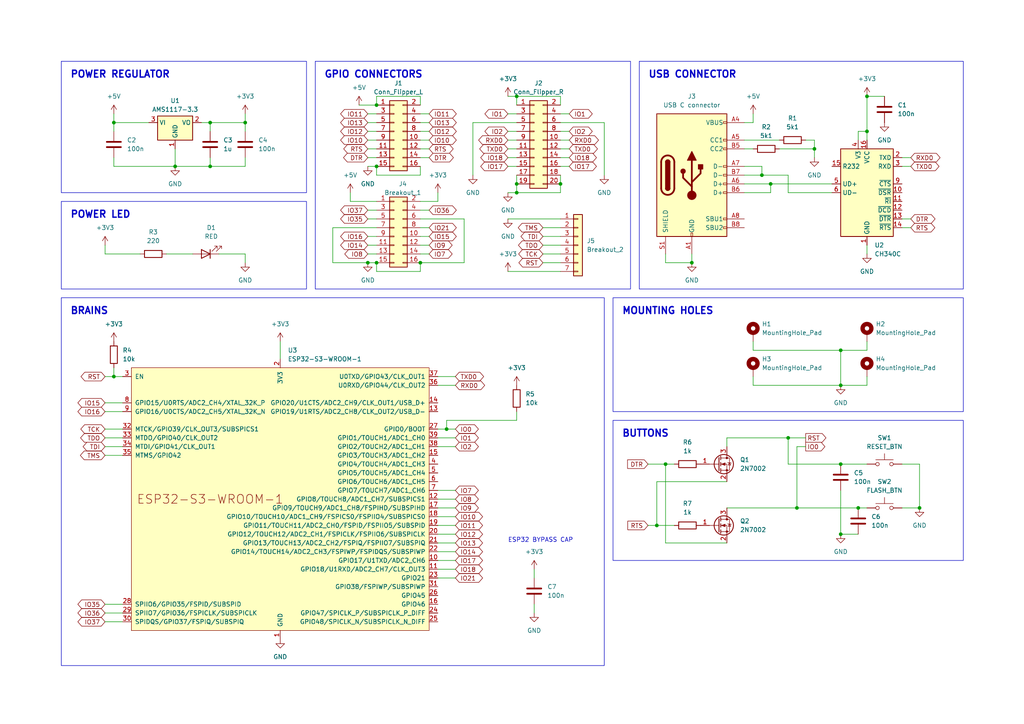
<source format=kicad_sch>
(kicad_sch (version 20231120) (generator "eeschema") (generator_version "8.0")
  (paper "A4")
  (lib_symbols
    (symbol "Connector:USB_C_Receptacle_USB2.0" (pin_names (offset 1.016))
      (property "Reference" "J" (at -10.16 19.05 0))
      (property "Value" "USB_C_Receptacle_USB2.0" (at 19.05 19.05 0))
      (symbol "USB_C_Receptacle_USB2.0_1_1"
        (pin passive line (at 0 -22.86 90) (length 5.08) (name "GND") (number "A1"))
        (pin passive line (at 0 -22.86 90) (length 5.08) hide (name "GND") (number "A12"))
        (pin passive line (at 15.24 15.24 180) (length 5.08) (name "VBUS") (number "A4"))
        (pin bidirectional line (at 15.24 10.16 180) (length 5.08) (name "CC1") (number "A5"))
        (pin bidirectional line (at 15.24 -2.54 180) (length 5.08) (name "D+") (number "A6"))
        (pin bidirectional line (at 15.24 2.54 180) (length 5.08) (name "D-") (number "A7"))
        (pin bidirectional line (at 15.24 -12.7 180) (length 5.08) (name "SBU1") (number "A8"))
        (pin passive line (at 15.24 15.24 180) (length 5.08) hide (name "VBUS") (number "A9"))
        (pin passive line (at 0 -22.86 90) (length 5.08) hide (name "GND") (number "B1"))
        (pin passive line (at 0 -22.86 90) (length 5.08) hide (name "GND") (number "B12"))
        (pin passive line (at 15.24 15.24 180) (length 5.08) hide (name "VBUS") (number "B4"))
        (pin bidirectional line (at 15.24 7.62 180) (length 5.08) (name "CC2") (number "B5"))
        (pin bidirectional line (at 15.24 -5.08 180) (length 5.08) (name "D+") (number "B6"))
        (pin bidirectional line (at 15.24 0 180) (length 5.08) (name "D-") (number "B7"))
        (pin bidirectional line (at 15.24 -15.24 180) (length 5.08) (name "SBU2") (number "B8"))
        (pin passive line (at 15.24 15.24 180) (length 5.08) hide (name "VBUS") (number "B9"))
        (pin passive line (at -7.62 -22.86 90) (length 5.08) (name "SHIELD") (number "S1"))
      )
    )
    (symbol "Connector_Generic:Conn_01x07" (pin_names (offset 1.016) hide)
      (property "Reference" "J" (at 0 10.16 0))
      (property "Value" "Conn_01x07" (at 0 -10.16 0))
      (symbol "Conn_01x07_1_1"
        (pin passive line (at -5.08 7.62 0) (length 3.81) (name "Pin_1") (number "1"))
        (pin passive line (at -5.08 5.08 0) (length 3.81) (name "Pin_2") (number "2"))
        (pin passive line (at -5.08 2.54 0) (length 3.81) (name "Pin_3") (number "3"))
        (pin passive line (at -5.08 0 0) (length 3.81) (name "Pin_4") (number "4"))
        (pin passive line (at -5.08 -2.54 0) (length 3.81) (name "Pin_5") (number "5"))
        (pin passive line (at -5.08 -5.08 0) (length 3.81) (name "Pin_6") (number "6"))
        (pin passive line (at -5.08 -7.62 0) (length 3.81) (name "Pin_7") (number "7"))
      )
    )
    (symbol "Connector_Generic:Conn_02x08_Odd_Even" (pin_names (offset 1.016) hide)
      (property "Reference" "J" (at 1.27 10.16 0))
      (property "Value" "Conn_02x08_Odd_Even" (at 1.27 -12.7 0))
      (symbol "Conn_02x08_Odd_Even_1_1"
        (pin passive line (at -5.08 7.62 0) (length 3.81) (name "Pin_1") (number "1"))
        (pin passive line (at 7.62 -2.54 180) (length 3.81) (name "Pin_10") (number "10"))
        (pin passive line (at -5.08 -5.08 0) (length 3.81) (name "Pin_11") (number "11"))
        (pin passive line (at 7.62 -5.08 180) (length 3.81) (name "Pin_12") (number "12"))
        (pin passive line (at -5.08 -7.62 0) (length 3.81) (name "Pin_13") (number "13"))
        (pin passive line (at 7.62 -7.62 180) (length 3.81) (name "Pin_14") (number "14"))
        (pin passive line (at -5.08 -10.16 0) (length 3.81) (name "Pin_15") (number "15"))
        (pin passive line (at 7.62 -10.16 180) (length 3.81) (name "Pin_16") (number "16"))
        (pin passive line (at 7.62 7.62 180) (length 3.81) (name "Pin_2") (number "2"))
        (pin passive line (at -5.08 5.08 0) (length 3.81) (name "Pin_3") (number "3"))
        (pin passive line (at 7.62 5.08 180) (length 3.81) (name "Pin_4") (number "4"))
        (pin passive line (at -5.08 2.54 0) (length 3.81) (name "Pin_5") (number "5"))
        (pin passive line (at 7.62 2.54 180) (length 3.81) (name "Pin_6") (number "6"))
        (pin passive line (at -5.08 0 0) (length 3.81) (name "Pin_7") (number "7"))
        (pin passive line (at 7.62 0 180) (length 3.81) (name "Pin_8") (number "8"))
        (pin passive line (at -5.08 -2.54 0) (length 3.81) (name "Pin_9") (number "9"))
      )
    )
    (symbol "Connector_Generic:Conn_02x10_Odd_Even" (pin_names (offset 1.016) hide)
      (property "Reference" "J" (at 1.27 12.7 0))
      (property "Value" "Conn_02x10_Odd_Even" (at 1.27 -15.24 0))
      (symbol "Conn_02x10_Odd_Even_1_1"
        (pin passive line (at -5.08 10.16 0) (length 3.81) (name "Pin_1") (number "1"))
        (pin passive line (at 7.62 0 180) (length 3.81) (name "Pin_10") (number "10"))
        (pin passive line (at -5.08 -2.54 0) (length 3.81) (name "Pin_11") (number "11"))
        (pin passive line (at 7.62 -2.54 180) (length 3.81) (name "Pin_12") (number "12"))
        (pin passive line (at -5.08 -5.08 0) (length 3.81) (name "Pin_13") (number "13"))
        (pin passive line (at 7.62 -5.08 180) (length 3.81) (name "Pin_14") (number "14"))
        (pin passive line (at -5.08 -7.62 0) (length 3.81) (name "Pin_15") (number "15"))
        (pin passive line (at 7.62 -7.62 180) (length 3.81) (name "Pin_16") (number "16"))
        (pin passive line (at -5.08 -10.16 0) (length 3.81) (name "Pin_17") (number "17"))
        (pin passive line (at 7.62 -10.16 180) (length 3.81) (name "Pin_18") (number "18"))
        (pin passive line (at -5.08 -12.7 0) (length 3.81) (name "Pin_19") (number "19"))
        (pin passive line (at 7.62 10.16 180) (length 3.81) (name "Pin_2") (number "2"))
        (pin passive line (at 7.62 -12.7 180) (length 3.81) (name "Pin_20") (number "20"))
        (pin passive line (at -5.08 7.62 0) (length 3.81) (name "Pin_3") (number "3"))
        (pin passive line (at 7.62 7.62 180) (length 3.81) (name "Pin_4") (number "4"))
        (pin passive line (at -5.08 5.08 0) (length 3.81) (name "Pin_5") (number "5"))
        (pin passive line (at 7.62 5.08 180) (length 3.81) (name "Pin_6") (number "6"))
        (pin passive line (at -5.08 2.54 0) (length 3.81) (name "Pin_7") (number "7"))
        (pin passive line (at 7.62 2.54 180) (length 3.81) (name "Pin_8") (number "8"))
        (pin passive line (at -5.08 0 0) (length 3.81) (name "Pin_9") (number "9"))
      )
    )
    (symbol "Device:C" (pin_numbers hide) (pin_names (offset 0.254))
      (property "Reference" "C" (at 0.635 2.54 0))
      (property "Value" "C" (at 0.635 -2.54 0))
      (symbol "C_1_1"
        (pin passive line (at 0 3.81 270) (length 2.794) (name "~") (number "1"))
        (pin passive line (at 0 -3.81 90) (length 2.794) (name "~") (number "2"))
      )
    )
    (symbol "Device:LED" (pin_numbers hide) (pin_names (offset 1.016) hide)
      (property "Reference" "D" (at 0 2.54 0))
      (property "Value" "LED" (at 0 -2.54 0))
      (symbol "LED_1_1"
        (pin passive line (at -3.81 0 0) (length 2.54) (name "K") (number "1"))
        (pin passive line (at 3.81 0 180) (length 2.54) (name "A") (number "2"))
      )
    )
    (symbol "Device:R" (pin_numbers hide) (pin_names (offset 0))
      (property "Reference" "R" (at 2.032 0 90))
      (property "Value" "R" (at 0 0 90))
      (symbol "R_1_1"
        (pin passive line (at 0 3.81 270) (length 1.27) (name "~") (number "1"))
        (pin passive line (at 0 -3.81 90) (length 1.27) (name "~") (number "2"))
      )
    )
    (symbol "Espressif:ESP32-S3-WROOM-1" (pin_names (offset 1.016))
      (property "Reference" "U" (at -43.18 43.18 0))
      (property "Value" "ESP32-S3-WROOM-1" (at -43.18 40.64 0))
      (symbol "ESP32-S3-WROOM-1_0_0"
        (text "ESP32-S3-WROOM-1" (at -20.32 0 0) (effects (font (size 2.54 2.54))))
        (pin power_in line (at 0 -40.64 90) (length 2.54) (name "GND") (number "1"))
        (pin bidirectional line (at 45.72 -17.78 180) (length 2.54) (name "GPIO17/U1TXD/ADC2_CH6") (number "10"))
        (pin bidirectional line (at 45.72 -20.32 180) (length 2.54) (name "GPIO18/U1RXD/ADC2_CH7/CLK_OUT3") (number "11"))
        (pin bidirectional line (at 45.72 0 180) (length 2.54) (name "GPIO8/TOUCH8/ADC1_CH7/SUBSPICS1") (number "12"))
        (pin bidirectional line (at 45.72 25.4 180) (length 2.54) (name "GPIO19/U1RTS/ADC2_CH8/CLK_OUT2/USB_D-") (number "13"))
        (pin bidirectional line (at 45.72 27.94 180) (length 2.54) (name "GPIO20/U1CTS/ADC2_CH9/CLK_OUT1/USB_D+") (number "14"))
        (pin bidirectional line (at 45.72 12.7 180) (length 2.54) (name "GPIO3/TOUCH3/ADC1_CH2") (number "15"))
        (pin bidirectional line (at 45.72 -30.48 180) (length 2.54) (name "GPIO46") (number "16"))
        (pin bidirectional line (at 45.72 -2.54 180) (length 2.54) (name "GPIO9/TOUCH9/ADC1_CH8/FSPIHD/SUBSPIHD") (number "17"))
        (pin bidirectional line (at 45.72 -5.08 180) (length 2.54) (name "GPIO10/TOUCH10/ADC1_CH9/FSPICS0/FSPIIO4/SUBSPICS0") (number "18"))
        (pin bidirectional line (at 45.72 -7.62 180) (length 2.54) (name "GPIO11/TOUCH11/ADC2_CH0/FSPID/FSPIIO5/SUBSPID") (number "19"))
        (pin power_in line (at 0 40.64 270) (length 2.54) (name "3V3") (number "2"))
        (pin bidirectional line (at 45.72 -10.16 180) (length 2.54) (name "GPIO12/TOUCH12/ADC2_CH1/FSPICLK/FSPIIO6/SUBSPICLK") (number "20"))
        (pin bidirectional line (at 45.72 -12.7 180) (length 2.54) (name "GPIO13/TOUCH13/ADC2_CH2/FSPIQ/FSPIIO7/SUBSPIQ") (number "21"))
        (pin bidirectional line (at 45.72 -15.24 180) (length 2.54) (name "GPIO14/TOUCH14/ADC2_CH3/FSPIWP/FSPIDQS/SUBSPIWP") (number "22"))
        (pin bidirectional line (at 45.72 -22.86 180) (length 2.54) (name "GPIO21") (number "23"))
        (pin bidirectional line (at 45.72 -33.02 180) (length 2.54) (name "GPIO47/SPICLK_P/SUBSPICLK_P_DIFF") (number "24"))
        (pin bidirectional line (at 45.72 -35.56 180) (length 2.54) (name "GPIO48/SPICLK_N/SUBSPICLK_N_DIFF") (number "25"))
        (pin bidirectional line (at 45.72 -27.94 180) (length 2.54) (name "GPIO45") (number "26"))
        (pin bidirectional line (at 45.72 20.32 180) (length 2.54) (name "GPIO0/BOOT") (number "27"))
        (pin bidirectional line (at -45.72 -30.48 0) (length 2.54) (name "SPIIO6/GPIO35/FSPID/SUBSPID") (number "28"))
        (pin bidirectional line (at -45.72 -33.02 0) (length 2.54) (name "SPIIO7/GPIO36/FSPICLK/SUBSPICLK") (number "29"))
        (pin input line (at -45.72 35.56 0) (length 2.54) (name "EN") (number "3"))
        (pin bidirectional line (at -45.72 -35.56 0) (length 2.54) (name "SPIDQS/GPIO37/FSPIQ/SUBSPIQ") (number "30"))
        (pin bidirectional line (at 45.72 -25.4 180) (length 2.54) (name "GPIO38/FSPIWP/SUBSPIWP") (number "31"))
        (pin bidirectional line (at -45.72 20.32 0) (length 2.54) (name "MTCK/GPIO39/CLK_OUT3/SUBSPICS1") (number "32"))
        (pin bidirectional line (at -45.72 17.78 0) (length 2.54) (name "MTDO/GPIO40/CLK_OUT2") (number "33"))
        (pin bidirectional line (at -45.72 15.24 0) (length 2.54) (name "MTDI/GPIO41/CLK_OUT1") (number "34"))
        (pin bidirectional line (at -45.72 12.7 0) (length 2.54) (name "MTMS/GPIO42") (number "35"))
        (pin bidirectional line (at 45.72 33.02 180) (length 2.54) (name "U0RXD/GPIO44/CLK_OUT2") (number "36"))
        (pin bidirectional line (at 45.72 35.56 180) (length 2.54) (name "U0TXD/GPIO43/CLK_OUT1") (number "37"))
        (pin bidirectional line (at 45.72 15.24 180) (length 2.54) (name "GPIO2/TOUCH2/ADC1_CH1") (number "38"))
        (pin bidirectional line (at 45.72 17.78 180) (length 2.54) (name "GPIO1/TOUCH1/ADC1_CH0") (number "39"))
        (pin bidirectional line (at 45.72 10.16 180) (length 2.54) (name "GPIO4/TOUCH4/ADC1_CH3") (number "4"))
        (pin passive line (at 0 -40.64 90) (length 2.54) hide (name "GND") (number "40"))
        (pin passive line (at 0 -40.64 90) (length 2.54) hide (name "GND") (number "41"))
        (pin bidirectional line (at 45.72 7.62 180) (length 2.54) (name "GPIO5/TOUCH5/ADC1_CH4") (number "5"))
        (pin bidirectional line (at 45.72 5.08 180) (length 2.54) (name "GPIO6/TOUCH6/ADC1_CH5") (number "6"))
        (pin bidirectional line (at 45.72 2.54 180) (length 2.54) (name "GPIO7/TOUCH7/ADC1_CH6") (number "7"))
        (pin bidirectional line (at -45.72 27.94 0) (length 2.54) (name "GPIO15/U0RTS/ADC2_CH4/XTAL_32K_P") (number "8"))
        (pin bidirectional line (at -45.72 25.4 0) (length 2.54) (name "GPIO16/U0CTS/ADC2_CH5/XTAL_32K_N") (number "9"))
      )
    )
    (symbol "Interface_USB:CH340C"
      (property "Reference" "U" (at -5.08 13.97 0))
      (property "Value" "CH340C" (at 1.27 13.97 0))
      (symbol "CH340C_1_1"
        (pin power_in line (at 0 -15.24 90) (length 2.54) (name "GND") (number "1"))
        (pin input line (at 10.16 0 180) (length 2.54) (name "~{DSR}") (number "10"))
        (pin input line (at 10.16 -2.54 180) (length 2.54) (name "~{RI}") (number "11"))
        (pin input line (at 10.16 -5.08 180) (length 2.54) (name "~{DCD}") (number "12"))
        (pin output line (at 10.16 -7.62 180) (length 2.54) (name "~{DTR}") (number "13"))
        (pin output line (at 10.16 -10.16 180) (length 2.54) (name "~{RTS}") (number "14"))
        (pin input line (at -10.16 7.62 0) (length 2.54) (name "R232") (number "15"))
        (pin power_in line (at 0 15.24 270) (length 2.54) (name "VCC") (number "16"))
        (pin output line (at 10.16 10.16 180) (length 2.54) (name "TXD") (number "2"))
        (pin input line (at 10.16 7.62 180) (length 2.54) (name "RXD") (number "3"))
        (pin passive line (at -2.54 15.24 270) (length 2.54) (name "V3") (number "4"))
        (pin bidirectional line (at -10.16 2.54 0) (length 2.54) (name "UD+") (number "5"))
        (pin bidirectional line (at -10.16 0 0) (length 2.54) (name "UD-") (number "6"))
        (pin no_connect line (at -7.62 -7.62 0) (length 2.54) hide (name "NC") (number "7"))
        (pin no_connect line (at -7.62 -10.16 0) (length 2.54) hide (name "NC") (number "8"))
        (pin input line (at 10.16 2.54 180) (length 2.54) (name "~{CTS}") (number "9"))
      )
    )
    (symbol "Mechanical:MountingHole_Pad" (pin_numbers hide) (pin_names (offset 1.016) hide)
      (property "Reference" "H" (at 0 6.35 0))
      (property "Value" "MountingHole_Pad" (at 0 4.445 0))
      (symbol "MountingHole_Pad_1_1"
        (pin input line (at 0 -2.54 90) (length 2.54) (name "1") (number "1"))
      )
    )
    (symbol "Regulator_Linear:AMS1117-3.3"
      (property "Reference" "U" (at -3.81 3.175 0))
      (property "Value" "AMS1117-3.3" (at 0 3.175 0))
      (symbol "AMS1117-3.3_1_1"
        (pin power_in line (at 0 -7.62 90) (length 2.54) (name "GND") (number "1"))
        (pin power_out line (at 7.62 0 180) (length 2.54) (name "VO") (number "2"))
        (pin power_in line (at -7.62 0 0) (length 2.54) (name "VI") (number "3"))
      )
    )
    (symbol "Switch:SW_Push" (pin_numbers hide) (pin_names (offset 1.016) hide)
      (property "Reference" "SW" (at 1.27 2.54 0))
      (property "Value" "SW_Push" (at 0 -1.524 0))
      (symbol "SW_Push_0_1"
        (pin passive line (at -5.08 0 0) (length 2.54) (name "1") (number "1"))
        (pin passive line (at 5.08 0 180) (length 2.54) (name "2") (number "2"))
      )
    )
    (symbol "Transistor_FET:2N7002" (pin_names hide)
      (property "Reference" "Q" (at 5.08 1.905 0))
      (property "Value" "2N7002" (at 5.08 0 0))
      (symbol "2N7002_1_1"
        (pin input line (at -5.08 0 0) (length 2.54) (name "G") (number "1"))
        (pin passive line (at 2.54 -5.08 90) (length 2.54) (name "S") (number "2"))
        (pin passive line (at 2.54 5.08 270) (length 2.54) (name "D") (number "3"))
      )
    )
    (symbol "power:+3V3" (power) (pin_names (offset 0))
      (property "Value" "+3V3" (at 0 3.556 0))
      (symbol "+3V3_1_1"
        (pin power_in line (at 0 0 90) (length 0) hide (name "+3V3") (number "1"))
      )
    )
    (symbol "power:+5V" (power) (pin_names (offset 0))
      (property "Value" "+5V" (at 0 3.556 0))
      (symbol "+5V_1_1"
        (pin power_in line (at 0 0 90) (length 0) hide (name "+5V") (number "1"))
      )
    )
    (symbol "power:GND" (power) (pin_names (offset 0))
      (property "Value" "GND" (at 0 -3.81 0))
      (symbol "GND_1_1"
        (pin power_in line (at 0 0 270) (length 0) hide (name "GND") (number "1"))
      )
    )
  )
  (junction (at 243.84 154.94))
  (junction (at 193.04 134.62))
  (junction (at 60.96 35.56))
  (junction (at 60.96 48.26))
  (junction (at 236.22 43.18))
  (junction (at 190.5 152.4))
  (junction (at 121.92 76.2))
  (junction (at 251.46 27.94))
  (junction (at 33.02 109.22))
  (junction (at 243.84 134.62))
  (junction (at 33.02 35.56))
  (junction (at 109.22 48.26))
  (junction (at 162.56 53.34))
  (junction (at 50.8 48.26))
  (junction (at 243.84 111.76))
  (junction (at 228.6 127))
  (junction (at 149.86 55.88))
  (junction (at 149.86 53.34))
  (junction (at 200.66 76.2))
  (junction (at 220.98 50.8))
  (junction (at 71.12 35.56))
  (junction (at 231.14 147.32))
  (junction (at 109.22 76.2))
  (junction (at 248.92 147.32))
  (junction (at 251.46 38.1))
  (junction (at 223.52 53.34))
  (junction (at 149.86 27.94))
  (junction (at 106.68 76.2))
  (junction (at 129.54 124.46))
  (junction (at 266.7 147.32))
  (junction (at 109.22 30.48))
  (junction (at 243.84 101.6))
  (wire (pts (xy 121.92 50.8) (xy 109.22 50.8)))
  (wire (pts (xy 218.44 101.6) (xy 243.84 101.6)))
  (wire (pts (xy 147.32 48.26) (xy 149.86 48.26)))
  (wire (pts (xy 210.82 127) (xy 228.6 127)))
  (wire (pts (xy 236.22 43.18) (xy 236.22 45.72)))
  (wire (pts (xy 127 55.88) (xy 127 58.42)))
  (wire (pts (xy 162.56 27.94) (xy 162.56 30.48)))
  (wire (pts (xy 200.66 73.66) (xy 200.66 76.2)))
  (wire (pts (xy 96.52 66.04) (xy 96.52 76.2)))
  (wire (pts (xy 215.9 53.34) (xy 223.52 53.34)))
  (wire (pts (xy 104.14 30.48) (xy 109.22 30.48)))
  (wire (pts (xy 106.68 35.56) (xy 109.22 35.56)))
  (wire (pts (xy 243.84 111.76) (xy 251.46 111.76)))
  (wire (pts (xy 96.52 66.04) (xy 109.22 66.04)))
  (wire (pts (xy 162.56 40.64) (xy 165.1 40.64)))
  (wire (pts (xy 121.92 45.72) (xy 124.46 45.72)))
  (wire (pts (xy 106.68 33.02) (xy 109.22 33.02)))
  (wire (pts (xy 147.32 33.02) (xy 149.86 33.02)))
  (wire (pts (xy 215.9 48.26) (xy 220.98 48.26)))
  (wire (pts (xy 101.6 55.88) (xy 101.6 58.42)))
  (wire (pts (xy 220.98 48.26) (xy 220.98 50.8)))
  (wire (pts (xy 127 144.78) (xy 132.08 144.78)))
  (wire (pts (xy 243.84 101.6) (xy 251.46 101.6)))
  (wire (pts (xy 261.62 48.26) (xy 264.16 48.26)))
  (wire (pts (xy 121.92 40.64) (xy 124.46 40.64)))
  (wire (pts (xy 147.32 27.94) (xy 149.86 27.94)))
  (wire (pts (xy 193.04 76.2) (xy 193.04 73.66)))
  (wire (pts (xy 121.92 48.26) (xy 121.92 50.8)))
  (wire (pts (xy 261.62 45.72) (xy 264.16 45.72)))
  (wire (pts (xy 149.86 30.48) (xy 149.86 27.94)))
  (wire (pts (xy 30.48 129.54) (xy 35.56 129.54)))
  (wire (pts (xy 175.26 35.56) (xy 175.26 50.8)))
  (wire (pts (xy 101.6 58.42) (xy 109.22 58.42)))
  (wire (pts (xy 106.68 45.72) (xy 109.22 45.72)))
  (wire (pts (xy 127 154.94) (xy 132.08 154.94)))
  (wire (pts (xy 63.5 73.66) (xy 71.12 73.66)))
  (wire (pts (xy 127 124.46) (xy 129.54 124.46)))
  (wire (pts (xy 60.96 48.26) (xy 50.8 48.26)))
  (wire (pts (xy 30.48 127) (xy 35.56 127)))
  (wire (pts (xy 218.44 111.76) (xy 218.44 109.22)))
  (wire (pts (xy 215.9 43.18) (xy 218.44 43.18)))
  (wire (pts (xy 223.52 55.88) (xy 223.52 53.34)))
  (wire (pts (xy 210.82 147.32) (xy 231.14 147.32)))
  (wire (pts (xy 200.66 76.2) (xy 193.04 76.2)))
  (wire (pts (xy 127 127) (xy 132.08 127)))
  (wire (pts (xy 127 111.76) (xy 132.08 111.76)))
  (wire (pts (xy 50.8 48.26) (xy 50.8 43.18)))
  (wire (pts (xy 261.62 147.32) (xy 266.7 147.32)))
  (wire (pts (xy 60.96 35.56) (xy 60.96 38.1)))
  (wire (pts (xy 162.56 50.8) (xy 162.56 53.34)))
  (wire (pts (xy 193.04 134.62) (xy 195.58 134.62)))
  (wire (pts (xy 121.92 43.18) (xy 124.46 43.18)))
  (wire (pts (xy 162.56 45.72) (xy 165.1 45.72)))
  (wire (pts (xy 226.06 43.18) (xy 236.22 43.18)))
  (wire (pts (xy 251.46 27.94) (xy 256.54 27.94)))
  (wire (pts (xy 71.12 48.26) (xy 60.96 48.26)))
  (wire (pts (xy 261.62 134.62) (xy 266.7 134.62)))
  (wire (pts (xy 243.84 142.24) (xy 243.84 154.94)))
  (wire (pts (xy 71.12 73.66) (xy 71.12 76.2)))
  (wire (pts (xy 149.86 50.8) (xy 149.86 53.34)))
  (wire (pts (xy 121.92 27.94) (xy 121.92 30.48)))
  (wire (pts (xy 109.22 30.48) (xy 109.22 27.94)))
  (wire (pts (xy 147.32 43.18) (xy 149.86 43.18)))
  (wire (pts (xy 106.68 48.26) (xy 109.22 48.26)))
  (wire (pts (xy 157.48 76.2) (xy 162.56 76.2)))
  (wire (pts (xy 154.94 165.1) (xy 154.94 167.64)))
  (wire (pts (xy 149.86 121.92) (xy 149.86 119.38)))
  (wire (pts (xy 233.68 40.64) (xy 236.22 40.64)))
  (wire (pts (xy 71.12 45.72) (xy 71.12 48.26)))
  (wire (pts (xy 121.92 35.56) (xy 124.46 35.56)))
  (wire (pts (xy 121.92 68.58) (xy 124.46 68.58)))
  (wire (pts (xy 106.68 71.12) (xy 109.22 71.12)))
  (wire (pts (xy 162.56 48.26) (xy 165.1 48.26)))
  (wire (pts (xy 228.6 55.88) (xy 228.6 50.8)))
  (wire (pts (xy 33.02 35.56) (xy 33.02 38.1)))
  (wire (pts (xy 127 162.56) (xy 132.08 162.56)))
  (wire (pts (xy 218.44 111.76) (xy 243.84 111.76)))
  (wire (pts (xy 147.32 55.88) (xy 149.86 55.88)))
  (wire (pts (xy 106.68 68.58) (xy 109.22 68.58)))
  (wire (pts (xy 149.86 53.34) (xy 149.86 55.88)))
  (wire (pts (xy 127 109.22) (xy 132.08 109.22)))
  (wire (pts (xy 157.48 68.58) (xy 162.56 68.58)))
  (wire (pts (xy 187.96 152.4) (xy 190.5 152.4)))
  (wire (pts (xy 210.82 139.7) (xy 190.5 139.7)))
  (wire (pts (xy 241.3 55.88) (xy 228.6 55.88)))
  (wire (pts (xy 147.32 63.5) (xy 162.56 63.5)))
  (wire (pts (xy 149.86 55.88) (xy 162.56 55.88)))
  (wire (pts (xy 231.14 129.54) (xy 233.68 129.54)))
  (wire (pts (xy 30.48 124.46) (xy 35.56 124.46)))
  (wire (pts (xy 248.92 38.1) (xy 251.46 38.1)))
  (wire (pts (xy 121.92 60.96) (xy 124.46 60.96)))
  (wire (pts (xy 30.48 109.22) (xy 33.02 109.22)))
  (wire (pts (xy 121.92 58.42) (xy 127 58.42)))
  (wire (pts (xy 33.02 33.02) (xy 33.02 35.56)))
  (wire (pts (xy 106.68 40.64) (xy 109.22 40.64)))
  (wire (pts (xy 106.68 73.66) (xy 109.22 73.66)))
  (wire (pts (xy 149.86 27.94) (xy 162.56 27.94)))
  (wire (pts (xy 162.56 43.18) (xy 165.1 43.18)))
  (wire (pts (xy 121.92 78.74) (xy 109.22 78.74)))
  (wire (pts (xy 109.22 27.94) (xy 121.92 27.94)))
  (wire (pts (xy 127 129.54) (xy 132.08 129.54)))
  (wire (pts (xy 127 152.4) (xy 132.08 152.4)))
  (wire (pts (xy 187.96 134.62) (xy 193.04 134.62)))
  (wire (pts (xy 228.6 134.62) (xy 243.84 134.62)))
  (wire (pts (xy 236.22 40.64) (xy 236.22 43.18)))
  (wire (pts (xy 190.5 139.7) (xy 190.5 152.4)))
  (wire (pts (xy 134.62 63.5) (xy 134.62 76.2)))
  (wire (pts (xy 231.14 147.32) (xy 248.92 147.32)))
  (wire (pts (xy 210.82 129.54) (xy 210.82 127)))
  (wire (pts (xy 215.9 40.64) (xy 226.06 40.64)))
  (wire (pts (xy 261.62 66.04) (xy 264.16 66.04)))
  (wire (pts (xy 33.02 48.26) (xy 50.8 48.26)))
  (wire (pts (xy 121.92 76.2) (xy 121.92 78.74)))
  (wire (pts (xy 149.86 121.92) (xy 129.54 121.92)))
  (wire (pts (xy 121.92 63.5) (xy 134.62 63.5)))
  (wire (pts (xy 210.82 157.48) (xy 193.04 157.48)))
  (wire (pts (xy 157.48 71.12) (xy 162.56 71.12)))
  (wire (pts (xy 127 160.02) (xy 132.08 160.02)))
  (wire (pts (xy 218.44 99.06) (xy 218.44 101.6)))
  (wire (pts (xy 137.16 50.8) (xy 137.16 35.56)))
  (wire (pts (xy 261.62 63.5) (xy 264.16 63.5)))
  (wire (pts (xy 154.94 175.26) (xy 154.94 177.8)))
  (wire (pts (xy 121.92 73.66) (xy 124.46 73.66)))
  (wire (pts (xy 129.54 124.46) (xy 132.08 124.46)))
  (wire (pts (xy 251.46 111.76) (xy 251.46 109.22)))
  (wire (pts (xy 30.48 116.84) (xy 35.56 116.84)))
  (wire (pts (xy 147.32 40.64) (xy 149.86 40.64)))
  (wire (pts (xy 71.12 33.02) (xy 71.12 35.56)))
  (wire (pts (xy 109.22 50.8) (xy 109.22 48.26)))
  (wire (pts (xy 30.48 180.34) (xy 35.56 180.34)))
  (wire (pts (xy 60.96 35.56) (xy 71.12 35.56)))
  (wire (pts (xy 127 147.32) (xy 132.08 147.32)))
  (wire (pts (xy 228.6 50.8) (xy 220.98 50.8)))
  (wire (pts (xy 106.68 38.1) (xy 109.22 38.1)))
  (wire (pts (xy 228.6 127) (xy 233.68 127)))
  (wire (pts (xy 251.46 71.12) (xy 251.46 73.66)))
  (wire (pts (xy 121.92 71.12) (xy 124.46 71.12)))
  (wire (pts (xy 248.92 40.64) (xy 248.92 38.1)))
  (wire (pts (xy 127 167.64) (xy 132.08 167.64)))
  (wire (pts (xy 162.56 33.02) (xy 165.1 33.02)))
  (wire (pts (xy 106.68 60.96) (xy 109.22 60.96)))
  (wire (pts (xy 33.02 109.22) (xy 35.56 109.22)))
  (wire (pts (xy 30.48 71.12) (xy 30.48 73.66)))
  (wire (pts (xy 190.5 152.4) (xy 195.58 152.4)))
  (wire (pts (xy 96.52 76.2) (xy 106.68 76.2)))
  (wire (pts (xy 71.12 35.56) (xy 71.12 38.1)))
  (wire (pts (xy 106.68 76.2) (xy 109.22 76.2)))
  (wire (pts (xy 33.02 35.56) (xy 43.18 35.56)))
  (wire (pts (xy 157.48 66.04) (xy 162.56 66.04)))
  (wire (pts (xy 215.9 55.88) (xy 223.52 55.88)))
  (wire (pts (xy 33.02 45.72) (xy 33.02 48.26)))
  (wire (pts (xy 157.48 73.66) (xy 162.56 73.66)))
  (wire (pts (xy 231.14 147.32) (xy 231.14 129.54)))
  (wire (pts (xy 137.16 35.56) (xy 149.86 35.56)))
  (wire (pts (xy 251.46 101.6) (xy 251.46 99.06)))
  (wire (pts (xy 106.68 43.18) (xy 109.22 43.18)))
  (wire (pts (xy 30.48 175.26) (xy 35.56 175.26)))
  (wire (pts (xy 243.84 101.6) (xy 243.84 111.76)))
  (wire (pts (xy 248.92 147.32) (xy 251.46 147.32)))
  (wire (pts (xy 30.48 73.66) (xy 40.64 73.66)))
  (wire (pts (xy 30.48 119.38) (xy 35.56 119.38)))
  (wire (pts (xy 218.44 33.02) (xy 218.44 35.56)))
  (wire (pts (xy 106.68 63.5) (xy 109.22 63.5)))
  (wire (pts (xy 30.48 177.8) (xy 35.56 177.8)))
  (wire (pts (xy 121.92 33.02) (xy 124.46 33.02)))
  (wire (pts (xy 60.96 45.72) (xy 60.96 48.26)))
  (wire (pts (xy 162.56 55.88) (xy 162.56 53.34)))
  (wire (pts (xy 251.46 27.94) (xy 251.46 38.1)))
  (wire (pts (xy 147.32 78.74) (xy 162.56 78.74)))
  (wire (pts (xy 58.42 35.56) (xy 60.96 35.56)))
  (wire (pts (xy 48.26 73.66) (xy 55.88 73.66)))
  (wire (pts (xy 147.32 45.72) (xy 149.86 45.72)))
  (wire (pts (xy 30.48 132.08) (xy 35.56 132.08)))
  (wire (pts (xy 147.32 38.1) (xy 149.86 38.1)))
  (wire (pts (xy 193.04 134.62) (xy 193.04 157.48)))
  (wire (pts (xy 127 157.48) (xy 132.08 157.48)))
  (wire (pts (xy 243.84 154.94) (xy 248.92 154.94)))
  (wire (pts (xy 162.56 38.1) (xy 165.1 38.1)))
  (wire (pts (xy 127 142.24) (xy 132.08 142.24)))
  (wire (pts (xy 134.62 76.2) (xy 121.92 76.2)))
  (wire (pts (xy 127 165.1) (xy 132.08 165.1)))
  (wire (pts (xy 121.92 38.1) (xy 124.46 38.1)))
  (wire (pts (xy 81.28 99.06) (xy 81.28 104.14)))
  (wire (pts (xy 109.22 78.74) (xy 109.22 76.2)))
  (wire (pts (xy 129.54 121.92) (xy 129.54 124.46)))
  (wire (pts (xy 127 149.86) (xy 132.08 149.86)))
  (wire (pts (xy 266.7 134.62) (xy 266.7 147.32)))
  (wire (pts (xy 33.02 106.68) (xy 33.02 109.22)))
  (wire (pts (xy 223.52 53.34) (xy 241.3 53.34)))
  (wire (pts (xy 220.98 50.8) (xy 215.9 50.8)))
  (wire (pts (xy 218.44 35.56) (xy 215.9 35.56)))
  (wire (pts (xy 243.84 134.62) (xy 251.46 134.62)))
  (wire (pts (xy 162.56 35.56) (xy 175.26 35.56)))
  (wire (pts (xy 251.46 38.1) (xy 251.46 40.64)))
  (wire (pts (xy 121.92 66.04) (xy 124.46 66.04)))
  (wire (pts (xy 228.6 134.62) (xy 228.6 127)))
  (rectangle (start 17.78 58.42) (end 88.9 83.82))
  (rectangle (start 17.78 86.36) (end 175.26 193.04))
  (rectangle (start 91.44 17.78) (end 182.88 83.82))
  (rectangle (start 177.8 121.92) (end 279.4 162.56))
  (rectangle (start 185.42 17.78) (end 279.4 83.82))
  (rectangle (start 177.8 86.36) (end 279.4 119.38))
  (rectangle (start 17.78 17.78) (end 88.9 55.88))
  (text "ESP32 BYPASS CAP" (at 147.32 157.48 0) (effects (font (size 1.27 1.27)) (justify left bottom)))
  (text "GPIO CONNECTORS" (at 93.98 22.86 0) (effects (font (size 2 2) (thickness 0.4) (bold yes)) (justify left bottom)))
  (text "POWER REGULATOR" (at 20.32 22.86 0) (effects (font (size 2 2) (thickness 0.4) (bold yes)) (justify left bottom)))
  (text "BRAINS" (at 20.32 91.44 0) (effects (font (size 2 2) (thickness 0.4) (bold yes)) (justify left bottom)))
  (text "POWER LED" (at 20.32 63.5 0) (effects (font (size 2 2) (thickness 0.4) (bold yes)) (justify left bottom)))
  (text "MOUNTING HOLES" (at 180.34 91.44 0) (effects (font (size 2 2) (thickness 0.4) (bold yes)) (justify left bottom)))
  (text "USB CONNECTOR" (at 187.96 22.86 0) (effects (font (size 2 2) (thickness 0.4) (bold yes)) (justify left bottom)))
  (text "BUTTONS" (at 180.34 127 0) (effects (font (size 2 2) (thickness 0.4) (bold yes)) (justify left bottom)))
  (global_label "IO12" (shape bidirectional) (at 106.68 38.1 180) (property "Intersheetrefs" "${INTERSHEET_REFS}" (effects (hide yes))))
  (global_label "IO7" (shape bidirectional) (at 132.08 142.24 0) (property "Intersheetrefs" "${INTERSHEET_REFS}" (effects (hide yes))))
  (global_label "IO7" (shape bidirectional) (at 124.46 73.66 0) (property "Intersheetrefs" "${INTERSHEET_REFS}" (effects (hide yes))))
  (global_label "IO36" (shape bidirectional) (at 30.48 177.8 180) (property "Intersheetrefs" "${INTERSHEET_REFS}" (effects (hide yes))))
  (global_label "RST" (shape bidirectional) (at 157.48 76.2 180) (property "Intersheetrefs" "${INTERSHEET_REFS}" (effects (hide yes))))
  (global_label "RTS" (shape bidirectional) (at 124.46 43.18 0) (property "Intersheetrefs" "${INTERSHEET_REFS}" (effects (hide yes))))
  (global_label "IO17" (shape bidirectional) (at 132.08 162.56 0) (property "Intersheetrefs" "${INTERSHEET_REFS}" (effects (hide yes))))
  (global_label "IO15" (shape bidirectional) (at 30.48 116.84 180) (property "Intersheetrefs" "${INTERSHEET_REFS}" (effects (hide yes))))
  (global_label "IO11" (shape bidirectional) (at 132.08 152.4 0) (property "Intersheetrefs" "${INTERSHEET_REFS}" (effects (hide yes))))
  (global_label "RXD0" (shape bidirectional) (at 132.08 111.76 0) (property "Intersheetrefs" "${INTERSHEET_REFS}" (effects (hide yes))))
  (global_label "IO1" (shape bidirectional) (at 147.32 33.02 180) (property "Intersheetrefs" "${INTERSHEET_REFS}" (effects (hide yes))))
  (global_label "TDO" (shape bidirectional) (at 157.48 71.12 180) (property "Intersheetrefs" "${INTERSHEET_REFS}" (effects (hide yes))))
  (global_label "RXD0" (shape bidirectional) (at 165.1 40.64 0) (property "Intersheetrefs" "${INTERSHEET_REFS}" (effects (hide yes))))
  (global_label "RXD0" (shape bidirectional) (at 264.16 45.72 0) (property "Intersheetrefs" "${INTERSHEET_REFS}" (effects (hide yes))))
  (global_label "RXD0" (shape bidirectional) (at 147.32 40.64 180) (property "Intersheetrefs" "${INTERSHEET_REFS}" (effects (hide yes))))
  (global_label "IO12" (shape bidirectional) (at 124.46 38.1 0) (property "Intersheetrefs" "${INTERSHEET_REFS}" (effects (hide yes))))
  (global_label "TXD0" (shape bidirectional) (at 147.32 43.18 180) (property "Intersheetrefs" "${INTERSHEET_REFS}" (effects (hide yes))))
  (global_label "IO16" (shape bidirectional) (at 106.68 68.58 180) (property "Intersheetrefs" "${INTERSHEET_REFS}" (effects (hide yes))))
  (global_label "IO1" (shape bidirectional) (at 165.1 33.02 0) (property "Intersheetrefs" "${INTERSHEET_REFS}" (effects (hide yes))))
  (global_label "IO0" (shape output) (at 233.68 129.54 0) (property "Intersheetrefs" "${INTERSHEET_REFS}" (effects (hide yes))))
  (global_label "IO13" (shape bidirectional) (at 106.68 35.56 180) (property "Intersheetrefs" "${INTERSHEET_REFS}" (effects (hide yes))))
  (global_label "IO9" (shape bidirectional) (at 124.46 71.12 0) (property "Intersheetrefs" "${INTERSHEET_REFS}" (effects (hide yes))))
  (global_label "IO18" (shape bidirectional) (at 147.32 45.72 180) (property "Intersheetrefs" "${INTERSHEET_REFS}" (effects (hide yes))))
  (global_label "TDO" (shape bidirectional) (at 30.48 127 180) (property "Intersheetrefs" "${INTERSHEET_REFS}" (effects (hide yes))))
  (global_label "IO10" (shape bidirectional) (at 124.46 40.64 0) (property "Intersheetrefs" "${INTERSHEET_REFS}" (effects (hide yes))))
  (global_label "IO2" (shape bidirectional) (at 132.08 129.54 0) (property "Intersheetrefs" "${INTERSHEET_REFS}" (effects (hide yes))))
  (global_label "IO14" (shape bidirectional) (at 132.08 160.02 0) (property "Intersheetrefs" "${INTERSHEET_REFS}" (effects (hide yes))))
  (global_label "TXD0" (shape bidirectional) (at 165.1 43.18 0) (property "Intersheetrefs" "${INTERSHEET_REFS}" (effects (hide yes))))
  (global_label "IO10" (shape bidirectional) (at 132.08 149.86 0) (property "Intersheetrefs" "${INTERSHEET_REFS}" (effects (hide yes))))
  (global_label "IO13" (shape bidirectional) (at 124.46 35.56 0) (property "Intersheetrefs" "${INTERSHEET_REFS}" (effects (hide yes))))
  (global_label "IO11" (shape bidirectional) (at 106.68 33.02 180) (property "Intersheetrefs" "${INTERSHEET_REFS}" (effects (hide yes))))
  (global_label "IO37" (shape bidirectional) (at 106.68 60.96 180) (property "Intersheetrefs" "${INTERSHEET_REFS}" (effects (hide yes))))
  (global_label "IO35" (shape bidirectional) (at 106.68 63.5 180) (property "Intersheetrefs" "${INTERSHEET_REFS}" (effects (hide yes))))
  (global_label "IO36" (shape bidirectional) (at 124.46 60.96 0) (property "Intersheetrefs" "${INTERSHEET_REFS}" (effects (hide yes))))
  (global_label "IO2" (shape bidirectional) (at 147.32 38.1 180) (property "Intersheetrefs" "${INTERSHEET_REFS}" (effects (hide yes))))
  (global_label "IO21" (shape bidirectional) (at 124.46 66.04 0) (property "Intersheetrefs" "${INTERSHEET_REFS}" (effects (hide yes))))
  (global_label "IO15" (shape bidirectional) (at 124.46 68.58 0) (property "Intersheetrefs" "${INTERSHEET_REFS}" (effects (hide yes))))
  (global_label "TCK" (shape bidirectional) (at 30.48 124.46 180) (property "Intersheetrefs" "${INTERSHEET_REFS}" (effects (hide yes))))
  (global_label "RTS" (shape input) (at 187.96 152.4 180) (property "Intersheetrefs" "${INTERSHEET_REFS}" (effects (hide yes))))
  (global_label "IO8" (shape bidirectional) (at 106.68 73.66 180) (property "Intersheetrefs" "${INTERSHEET_REFS}" (effects (hide yes))))
  (global_label "TXD0" (shape bidirectional) (at 264.16 48.26 0) (property "Intersheetrefs" "${INTERSHEET_REFS}" (effects (hide yes))))
  (global_label "IO18" (shape bidirectional) (at 165.1 45.72 0) (property "Intersheetrefs" "${INTERSHEET_REFS}" (effects (hide yes))))
  (global_label "IO9" (shape bidirectional) (at 132.08 147.32 0) (property "Intersheetrefs" "${INTERSHEET_REFS}" (effects (hide yes))))
  (global_label "DTR" (shape bidirectional) (at 106.68 45.72 180) (property "Intersheetrefs" "${INTERSHEET_REFS}" (effects (hide yes))))
  (global_label "DTR" (shape bidirectional) (at 264.16 63.5 0) (property "Intersheetrefs" "${INTERSHEET_REFS}" (effects (hide yes))))
  (global_label "IO8" (shape bidirectional) (at 132.08 144.78 0) (property "Intersheetrefs" "${INTERSHEET_REFS}" (effects (hide yes))))
  (global_label "IO14" (shape bidirectional) (at 106.68 71.12 180) (property "Intersheetrefs" "${INTERSHEET_REFS}" (effects (hide yes))))
  (global_label "IO10" (shape bidirectional) (at 106.68 40.64 180) (property "Intersheetrefs" "${INTERSHEET_REFS}" (effects (hide yes))))
  (global_label "RST" (shape bidirectional) (at 30.48 109.22 180) (property "Intersheetrefs" "${INTERSHEET_REFS}" (effects (hide yes))))
  (global_label "TMS" (shape bidirectional) (at 30.48 132.08 180) (property "Intersheetrefs" "${INTERSHEET_REFS}" (effects (hide yes))))
  (global_label "TDI" (shape bidirectional) (at 30.48 129.54 180) (property "Intersheetrefs" "${INTERSHEET_REFS}" (effects (hide yes))))
  (global_label "IO13" (shape bidirectional) (at 132.08 157.48 0) (property "Intersheetrefs" "${INTERSHEET_REFS}" (effects (hide yes))))
  (global_label "DTR" (shape bidirectional) (at 124.46 45.72 0) (property "Intersheetrefs" "${INTERSHEET_REFS}" (effects (hide yes))))
  (global_label "IO21" (shape bidirectional) (at 132.08 167.64 0) (property "Intersheetrefs" "${INTERSHEET_REFS}" (effects (hide yes))))
  (global_label "RST" (shape output) (at 233.68 127 0) (property "Intersheetrefs" "${INTERSHEET_REFS}" (effects (hide yes))))
  (global_label "TCK" (shape bidirectional) (at 157.48 73.66 180) (property "Intersheetrefs" "${INTERSHEET_REFS}" (effects (hide yes))))
  (global_label "IO35" (shape bidirectional) (at 30.48 175.26 180) (property "Intersheetrefs" "${INTERSHEET_REFS}" (effects (hide yes))))
  (global_label "RTS" (shape bidirectional) (at 264.16 66.04 0) (property "Intersheetrefs" "${INTERSHEET_REFS}" (effects (hide yes))))
  (global_label "IO12" (shape bidirectional) (at 132.08 154.94 0) (property "Intersheetrefs" "${INTERSHEET_REFS}" (effects (hide yes))))
  (global_label "IO37" (shape bidirectional) (at 30.48 180.34 180) (property "Intersheetrefs" "${INTERSHEET_REFS}" (effects (hide yes))))
  (global_label "IO1" (shape bidirectional) (at 132.08 127 0) (property "Intersheetrefs" "${INTERSHEET_REFS}" (effects (hide yes))))
  (global_label "TXD0" (shape bidirectional) (at 132.08 109.22 0) (property "Intersheetrefs" "${INTERSHEET_REFS}" (effects (hide yes))))
  (global_label "IO17" (shape bidirectional) (at 147.32 48.26 180) (property "Intersheetrefs" "${INTERSHEET_REFS}" (effects (hide yes))))
  (global_label "IO18" (shape bidirectional) (at 132.08 165.1 0) (property "Intersheetrefs" "${INTERSHEET_REFS}" (effects (hide yes))))
  (global_label "TMS" (shape bidirectional) (at 157.48 66.04 180) (property "Intersheetrefs" "${INTERSHEET_REFS}" (effects (hide yes))))
  (global_label "RTS" (shape bidirectional) (at 106.68 43.18 180) (property "Intersheetrefs" "${INTERSHEET_REFS}" (effects (hide yes))))
  (global_label "TDI" (shape bidirectional) (at 157.48 68.58 180) (property "Intersheetrefs" "${INTERSHEET_REFS}" (effects (hide yes))))
  (global_label "DTR" (shape input) (at 187.96 134.62 180) (property "Intersheetrefs" "${INTERSHEET_REFS}" (effects (hide yes))))
  (global_label "IO16" (shape bidirectional) (at 30.48 119.38 180) (property "Intersheetrefs" "${INTERSHEET_REFS}" (effects (hide yes))))
  (global_label "IO0" (shape bidirectional) (at 132.08 124.46 0) (property "Intersheetrefs" "${INTERSHEET_REFS}" (effects (hide yes))))
  (global_label "IO11" (shape bidirectional) (at 124.46 33.02 0) (property "Intersheetrefs" "${INTERSHEET_REFS}" (effects (hide yes))))
  (global_label "IO17" (shape bidirectional) (at 165.1 48.26 0) (property "Intersheetrefs" "${INTERSHEET_REFS}" (effects (hide yes))))
  (global_label "IO2" (shape bidirectional) (at 165.1 38.1 0) (property "Intersheetrefs" "${INTERSHEET_REFS}" (effects (hide yes))))
  (symbol (lib_id "power:+3V3") (at 33.02 99.06 0) (unit 1)
    (property "Reference" "#PWR023" (effects (hide yes)))
    (property "Value" "+3V3" (at 33.02 93.98 0))
  )
  (symbol (lib_id "power:GND") (at 147.32 63.5 0) (unit 1)
    (property "Reference" "#PWR016" (effects (hide yes)))
    (property "Value" "GND" (at 147.32 68.58 0))
  )
  (symbol (lib_id "Mechanical:MountingHole_Pad") (at 218.44 106.68 0) (unit 1)
    (property "Reference" "H3" (at 220.98 104.14 0) (effects (justify left)))
    (property "Value" "MountingHole_Pad" (at 220.98 106.68 0) (effects (justify left)))
    (property "Footprint" "MountingHole:MountingHole_3.2mm_M3_Pad_Via" (effects (hide yes)))
  )
  (symbol (lib_id "Device:C") (at 60.96 41.91 0) (unit 1)
    (property "Reference" "C3" (at 64.77 40.64 0) (effects (justify left)))
    (property "Value" "1u" (at 64.77 43.18 0) (effects (justify left)))
    (property "Footprint" "Capacitor_SMD:C_1206_3216Metric" (effects (hide yes)))
  )
  (symbol (lib_id "power:GND") (at 175.26 50.8 0) (unit 1)
    (property "Reference" "#PWR012" (effects (hide yes)))
    (property "Value" "GND" (at 175.26 55.88 0))
  )
  (symbol (lib_id "Interface_USB:CH340C") (at 251.46 55.88 0) (unit 1)
    (property "Reference" "U2" (at 253.6541 71.12 0) (effects (justify left)))
    (property "Value" "CH340C" (at 253.6541 73.66 0) (effects (justify left)))
    (property "Footprint" "Package_SO:SOIC-16_3.9x9.9mm_P1.27mm" (effects (hide yes)))
    (property "Datasheet" "https://datasheet.lcsc.com/szlcsc/Jiangsu-Qin-Heng-CH340C_C84681.pdf" (effects (hide yes)))
  )
  (symbol (lib_id "Connector_Generic:Conn_02x08_Odd_Even") (at 114.3 38.1 0) (unit 1)
    (property "Reference" "J1" (at 115.57 24.13 0))
    (property "Value" "Conn_Flipper_L" (at 115.57 26.67 0))
    (property "Footprint" "Connector_PinHeader_2.54mm:PinHeader_2x08_P2.54mm_Vertical" (effects (hide yes)))
  )
  (symbol (lib_id "power:+5V") (at 104.14 30.48 0) (unit 1)
    (property "Reference" "#PWR03" (effects (hide yes)))
    (property "Value" "+5V" (at 104.14 25.4 0))
  )
  (symbol (lib_id "power:GND") (at 81.28 185.42 0) (unit 1)
    (property "Reference" "#PWR031" (effects (hide yes)))
    (property "Value" "GND" (at 81.28 190.5 0))
  )
  (symbol (lib_id "Device:C") (at 33.02 41.91 0) (unit 1)
    (property "Reference" "C2" (at 36.83 40.64 0) (effects (justify left)))
    (property "Value" "100n" (at 36.83 43.18 0) (effects (justify left)))
    (property "Footprint" "Capacitor_SMD:C_1206_3216Metric" (effects (hide yes)))
  )
  (symbol (lib_id "Transistor_FET:2N7002") (at 208.28 134.62 0) (unit 1)
    (property "Reference" "Q1" (at 214.63 133.35 0) (effects (justify left)))
    (property "Value" "2N7002" (at 214.63 135.89 0) (effects (justify left)))
    (property "Footprint" "Package_TO_SOT_SMD:SOT-23" (effects (hide yes)))
    (property "Datasheet" "https://www.onsemi.com/pub/Collateral/NDS7002A-D.PDF" (effects (hide yes)))
  )
  (symbol (lib_id "power:+3V3") (at 149.86 111.76 0) (unit 1)
    (property "Reference" "#PWR025" (effects (hide yes)))
    (property "Value" "+3V3" (at 149.86 106.68 0))
  )
  (symbol (lib_id "Espressif:ESP32-S3-WROOM-1") (at 81.28 144.78 0) (unit 1)
    (property "Reference" "U3" (at 83.4741 101.6 0) (effects (justify left)))
    (property "Value" "ESP32-S3-WROOM-1" (at 83.4741 104.14 0) (effects (justify left)))
    (property "Footprint" "Espressif:ESP32-S3-WROOM-1" (effects (hide yes)))
    (property "Datasheet" "https://www.espressif.com/sites/default/files/documentation/esp32-s3-wroom-1_wroom-1u_datasheet_en.pdf" (effects (hide yes)))
  )
  (symbol (lib_id "power:+3V3") (at 147.32 78.74 0) (unit 1)
    (property "Reference" "#PWR022" (effects (hide yes)))
    (property "Value" "+3V3" (at 147.32 73.66 0))
  )
  (symbol (lib_id "power:+3V3") (at 71.12 33.02 0) (unit 1)
    (property "Reference" "#PWR05" (effects (hide yes)))
    (property "Value" "+3V3" (at 71.12 27.94 0))
  )
  (symbol (lib_id "Connector_Generic:Conn_02x08_Odd_Even") (at 114.3 66.04 0) (unit 1)
    (property "Reference" "J4" (at 116.84 53.34 0))
    (property "Value" "Breakout_1" (at 116.84 55.88 0))
    (property "Footprint" "Connector_PinHeader_2.54mm:PinHeader_2x08_P2.54mm_Vertical" (effects (hide yes)))
  )
  (symbol (lib_id "Device:R") (at 199.39 152.4 90) (unit 1)
    (property "Reference" "R7" (at 199.39 146.05 90))
    (property "Value" "1k" (at 199.39 148.59 90))
    (property "Footprint" "Resistor_SMD:R_1206_3216Metric" (effects (hide yes)))
  )
  (symbol (lib_id "power:GND") (at 251.46 73.66 0) (unit 1)
    (property "Reference" "#PWR018" (effects (hide yes)))
    (property "Value" "GND" (at 251.46 78.74 0))
  )
  (symbol (lib_id "Mechanical:MountingHole_Pad") (at 218.44 96.52 0) (unit 1)
    (property "Reference" "H1" (at 220.98 93.98 0) (effects (justify left)))
    (property "Value" "MountingHole_Pad" (at 220.98 96.52 0) (effects (justify left)))
    (property "Footprint" "MountingHole:MountingHole_3.2mm_M3_Pad_Via" (effects (hide yes)))
  )
  (symbol (lib_id "Transistor_FET:2N7002") (at 208.28 152.4 0) (unit 1)
    (property "Reference" "Q2" (at 214.63 151.13 0) (effects (justify left)))
    (property "Value" "2N7002" (at 214.63 153.67 0) (effects (justify left)))
    (property "Footprint" "Package_TO_SOT_SMD:SOT-23" (effects (hide yes)))
    (property "Datasheet" "https://www.onsemi.com/pub/Collateral/NDS7002A-D.PDF" (effects (hide yes)))
  )
  (symbol (lib_id "power:GND") (at 266.7 147.32 0) (unit 1)
    (property "Reference" "#PWR027" (effects (hide yes)))
    (property "Value" "GND" (at 266.7 152.4 0))
  )
  (symbol (lib_id "Device:R") (at 44.45 73.66 90) (unit 1)
    (property "Reference" "R3" (at 44.45 67.31 90))
    (property "Value" "220" (at 44.45 69.85 90))
    (property "Footprint" "Resistor_SMD:R_1206_3216Metric" (effects (hide yes)))
  )
  (symbol (lib_id "power:+5V") (at 101.6 55.88 0) (unit 1)
    (property "Reference" "#PWR013" (effects (hide yes)))
    (property "Value" "+5V" (at 101.6 50.8 0))
  )
  (symbol (lib_id "power:GND") (at 200.66 76.2 0) (unit 1)
    (property "Reference" "#PWR021" (effects (hide yes)))
    (property "Value" "GND" (at 200.66 81.28 0))
  )
  (symbol (lib_id "Connector_Generic:Conn_02x10_Odd_Even") (at 154.94 40.64 0) (unit 1)
    (property "Reference" "J2" (at 156.21 24.13 0))
    (property "Value" "Conn_Flipper_R" (at 156.21 26.67 0))
    (property "Footprint" "Connector_PinHeader_2.54mm:PinHeader_2x10_P2.54mm_Vertical" (effects (hide yes)))
  )
  (symbol (lib_id "Switch:SW_Push") (at 256.54 147.32 0) (unit 1)
    (property "Reference" "SW2" (at 256.54 139.7 0))
    (property "Value" "FLASH_BTN" (at 256.54 142.24 0))
    (property "Footprint" "Button_Switch_THT:SW_PUSH_6mm" (effects (hide yes)))
  )
  (symbol (lib_id "Device:R") (at 229.87 40.64 90) (unit 1)
    (property "Reference" "R1" (at 229.87 34.29 90))
    (property "Value" "5k1" (at 229.87 36.83 90))
    (property "Footprint" "Resistor_SMD:R_1206_3216Metric" (effects (hide yes)))
  )
  (symbol (lib_id "Device:LED") (at 59.69 73.66 180) (unit 1)
    (property "Reference" "D1" (at 61.2775 66.04 0))
    (property "Value" "RED" (at 61.2775 68.58 0))
    (property "Footprint" "LED_THT:LED_D5.0mm" (effects (hide yes)))
  )
  (symbol (lib_id "power:GND") (at 256.54 35.56 0) (unit 1)
    (property "Reference" "#PWR07" (effects (hide yes)))
    (property "Value" "GND" (at 256.54 40.64 0))
  )
  (symbol (lib_id "power:+3V3") (at 147.32 27.94 0) (unit 1)
    (property "Reference" "#PWR01" (effects (hide yes)))
    (property "Value" "+3V3" (at 147.32 22.86 0))
  )
  (symbol (lib_id "Device:C") (at 71.12 41.91 0) (unit 1)
    (property "Reference" "C4" (at 74.93 40.64 0) (effects (justify left)))
    (property "Value" "100n" (at 74.93 43.18 0) (effects (justify left)))
    (property "Footprint" "Capacitor_SMD:C_1206_3216Metric" (effects (hide yes)))
  )
  (symbol (lib_id "power:+3V3") (at 30.48 71.12 0) (unit 1)
    (property "Reference" "#PWR017" (effects (hide yes)))
    (property "Value" "+3V3" (at 30.48 66.04 0))
  )
  (symbol (lib_id "power:GND") (at 243.84 154.94 0) (unit 1)
    (property "Reference" "#PWR028" (effects (hide yes)))
    (property "Value" "GND" (at 243.84 160.02 0))
  )
  (symbol (lib_id "power:+5V") (at 33.02 33.02 0) (unit 1)
    (property "Reference" "#PWR04" (effects (hide yes)))
    (property "Value" "+5V" (at 33.02 27.94 0))
  )
  (symbol (lib_id "power:+3V3") (at 154.94 165.1 0) (unit 1)
    (property "Reference" "#PWR029" (effects (hide yes)))
    (property "Value" "+3V3" (at 154.94 160.02 0))
  )
  (symbol (lib_id "Connector:USB_C_Receptacle_USB2.0") (at 200.66 50.8 0) (unit 1)
    (property "Reference" "J3" (at 200.66 27.94 0))
    (property "Value" "USB C connector" (at 200.66 30.48 0))
    (property "Footprint" "Connector_USB:USB_C_Receptacle_G-Switch_GT-USB-7010ASV" (effects (hide yes)))
    (property "Datasheet" "https://www.usb.org/sites/default/files/documents/usb_type-c.zip" (effects (hide yes)))
  )
  (symbol (lib_id "Device:R") (at 149.86 115.57 0) (unit 1)
    (property "Reference" "R5" (at 152.4 114.3 0) (effects (justify left)))
    (property "Value" "10k" (at 152.4 116.84 0) (effects (justify left)))
    (property "Footprint" "Resistor_SMD:R_1206_3216Metric" (effects (hide yes)))
  )
  (symbol (lib_id "Device:R") (at 33.02 102.87 0) (unit 1)
    (property "Reference" "R4" (at 35.56 101.6 0) (effects (justify left)))
    (property "Value" "10k" (at 35.56 104.14 0) (effects (justify left)))
    (property "Footprint" "Resistor_SMD:R_1206_3216Metric" (effects (hide yes)))
  )
  (symbol (lib_id "Device:C") (at 243.84 138.43 0) (unit 1)
    (property "Reference" "C5" (at 247.65 137.16 0) (effects (justify left)))
    (property "Value" "100n" (at 247.65 139.7 0) (effects (justify left)))
    (property "Footprint" "Capacitor_SMD:C_1206_3216Metric" (effects (hide yes)))
  )
  (symbol (lib_id "power:GND") (at 243.84 111.76 0) (unit 1)
    (property "Reference" "#PWR026" (effects (hide yes)))
    (property "Value" "GND" (at 243.84 116.84 0))
  )
  (symbol (lib_id "Device:C") (at 154.94 171.45 0) (unit 1)
    (property "Reference" "C7" (at 158.75 170.18 0) (effects (justify left)))
    (property "Value" "100n" (at 158.75 172.72 0) (effects (justify left)))
    (property "Footprint" "Capacitor_SMD:C_1206_3216Metric" (effects (hide yes)))
  )
  (symbol (lib_id "Switch:SW_Push") (at 256.54 134.62 0) (unit 1)
    (property "Reference" "SW1" (at 256.54 127 0))
    (property "Value" "RESET_BTN" (at 256.54 129.54 0))
    (property "Footprint" "Button_Switch_THT:SW_PUSH_6mm" (effects (hide yes)))
  )
  (symbol (lib_id "power:GND") (at 71.12 76.2 0) (unit 1)
    (property "Reference" "#PWR019" (effects (hide yes)))
    (property "Value" "GND" (at 71.12 81.28 0))
  )
  (symbol (lib_id "Device:C") (at 256.54 31.75 0) (unit 1)
    (property "Reference" "C1" (at 260.35 30.48 0) (effects (justify left)))
    (property "Value" "100n" (at 260.35 33.02 0) (effects (justify left)))
    (property "Footprint" "Capacitor_SMD:C_1206_3216Metric" (effects (hide yes)))
  )
  (symbol (lib_id "power:GND") (at 50.8 48.26 0) (unit 1)
    (property "Reference" "#PWR09" (effects (hide yes)))
    (property "Value" "GND" (at 50.8 53.34 0))
  )
  (symbol (lib_id "Connector_Generic:Conn_01x07") (at 167.64 71.12 0) (unit 1)
    (property "Reference" "J5" (at 170.18 69.85 0) (effects (justify left)))
    (property "Value" "Breakout_2" (at 170.18 72.39 0) (effects (justify left)))
    (property "Footprint" "Connector_PinHeader_2.54mm:PinHeader_1x07_P2.54mm_Vertical" (effects (hide yes)))
  )
  (symbol (lib_id "Device:C") (at 248.92 151.13 0) (unit 1)
    (property "Reference" "C6" (at 252.73 149.86 0) (effects (justify left)))
    (property "Value" "100n" (at 252.73 152.4 0) (effects (justify left)))
    (property "Footprint" "Capacitor_SMD:C_1206_3216Metric" (effects (hide yes)))
  )
  (symbol (lib_id "power:GND") (at 137.16 50.8 0) (unit 1)
    (property "Reference" "#PWR011" (effects (hide yes)))
    (property "Value" "GND" (at 137.16 55.88 0))
  )
  (symbol (lib_id "power:GND") (at 147.32 55.88 0) (unit 1)
    (property "Reference" "#PWR015" (effects (hide yes)))
    (property "Value" "GND" (at 147.32 60.96 0))
  )
  (symbol (lib_id "power:GND") (at 154.94 177.8 0) (unit 1)
    (property "Reference" "#PWR030" (effects (hide yes)))
    (property "Value" "GND" (at 154.94 182.88 0))
  )
  (symbol (lib_id "power:+3V3") (at 127 55.88 0) (unit 1)
    (property "Reference" "#PWR014" (effects (hide yes)))
    (property "Value" "+3V3" (at 127 50.8 0))
  )
  (symbol (lib_id "Device:R") (at 222.25 43.18 90) (unit 1)
    (property "Reference" "R2" (at 222.25 36.83 90))
    (property "Value" "5k1" (at 222.25 39.37 90))
    (property "Footprint" "Resistor_SMD:R_1206_3216Metric" (effects (hide yes)))
  )
  (symbol (lib_id "power:+3V3") (at 251.46 27.94 0) (unit 1)
    (property "Reference" "#PWR02" (effects (hide yes)))
    (property "Value" "+3V3" (at 251.46 22.86 0))
  )
  (symbol (lib_id "power:GND") (at 106.68 76.2 0) (unit 1)
    (property "Reference" "#PWR020" (effects (hide yes)))
    (property "Value" "GND" (at 106.68 81.28 0))
  )
  (symbol (lib_id "power:+5V") (at 218.44 33.02 0) (unit 1)
    (property "Reference" "#PWR06" (effects (hide yes)))
    (property "Value" "+5V" (at 218.44 27.94 0))
  )
  (symbol (lib_id "Regulator_Linear:AMS1117-3.3") (at 50.8 35.56 0) (unit 1)
    (property "Reference" "U1" (at 50.8 29.21 0))
    (property "Value" "AMS1117-3.3" (at 50.8 31.75 0))
    (property "Footprint" "Package_TO_SOT_SMD:SOT-223-3_TabPin2" (effects (hide yes)))
    (property "Datasheet" "http://www.advanced-monolithic.com/pdf/ds1117.pdf" (effects (hide yes)))
  )
  (symbol (lib_id "power:+3V3") (at 81.28 99.06 0) (unit 1)
    (property "Reference" "#PWR024" (effects (hide yes)))
    (property "Value" "+3V3" (at 81.28 93.98 0))
  )
  (symbol (lib_id "Device:R") (at 199.39 134.62 90) (unit 1)
    (property "Reference" "R6" (at 199.39 128.27 90))
    (property "Value" "1k" (at 199.39 130.81 90))
    (property "Footprint" "Resistor_SMD:R_1206_3216Metric" (effects (hide yes)))
  )
  (symbol (lib_id "power:GND") (at 236.22 45.72 0) (unit 1)
    (property "Reference" "#PWR08" (effects (hide yes)))
    (property "Value" "GND" (at 236.22 50.8 0))
  )
  (symbol (lib_id "Mechanical:MountingHole_Pad") (at 251.46 106.68 0) (unit 1)
    (property "Reference" "H4" (at 254 104.14 0) (effects (justify left)))
    (property "Value" "MountingHole_Pad" (at 254 106.68 0) (effects (justify left)))
    (property "Footprint" "MountingHole:MountingHole_3.2mm_M3_Pad_Via" (effects (hide yes)))
  )
  (symbol (lib_id "power:GND") (at 106.68 48.26 0) (unit 1)
    (property "Reference" "#PWR010" (effects (hide yes)))
    (property "Value" "GND" (at 106.68 53.34 0))
  )
  (symbol (lib_id "Mechanical:MountingHole_Pad") (at 251.46 96.52 0) (unit 1)
    (property "Reference" "H2" (at 254 93.98 0) (effects (justify left)))
    (property "Value" "MountingHole_Pad" (at 254 96.52 0) (effects (justify left)))
    (property "Footprint" "MountingHole:MountingHole_3.2mm_M3_Pad_Via" (effects (hide yes)))
  )
)
</source>
